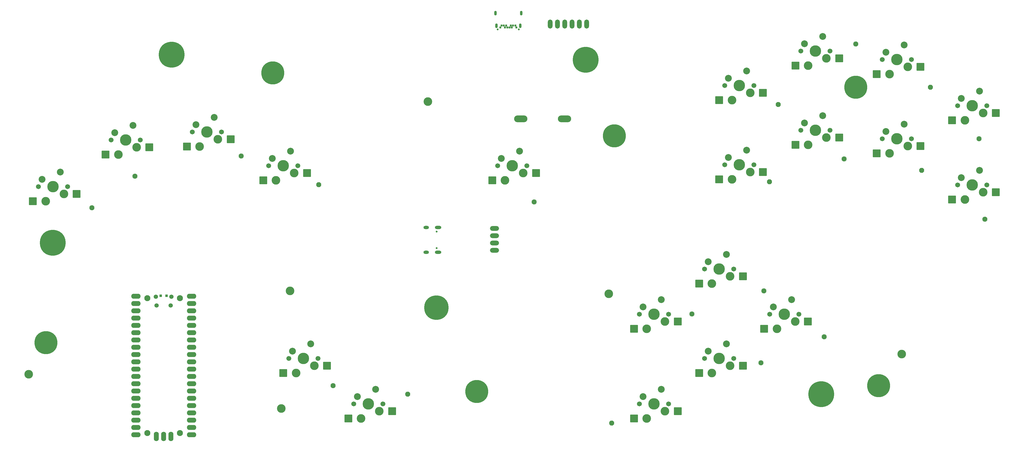
<source format=gbs>
%TF.GenerationSoftware,KiCad,Pcbnew,(6.0.5)*%
%TF.CreationDate,2022-06-18T14:06:17-07:00*%
%TF.ProjectId,OF1 v1,4f463120-7631-42e6-9b69-6361645f7063,rev?*%
%TF.SameCoordinates,Original*%
%TF.FileFunction,Soldermask,Bot*%
%TF.FilePolarity,Negative*%
%FSLAX46Y46*%
G04 Gerber Fmt 4.6, Leading zero omitted, Abs format (unit mm)*
G04 Created by KiCad (PCBNEW (6.0.5)) date 2022-06-18 14:06:17*
%MOMM*%
%LPD*%
G01*
G04 APERTURE LIST*
G04 Aperture macros list*
%AMRoundRect*
0 Rectangle with rounded corners*
0 $1 Rounding radius*
0 $2 $3 $4 $5 $6 $7 $8 $9 X,Y pos of 4 corners*
0 Add a 4 corners polygon primitive as box body*
4,1,4,$2,$3,$4,$5,$6,$7,$8,$9,$2,$3,0*
0 Add four circle primitives for the rounded corners*
1,1,$1+$1,$2,$3*
1,1,$1+$1,$4,$5*
1,1,$1+$1,$6,$7*
1,1,$1+$1,$8,$9*
0 Add four rect primitives between the rounded corners*
20,1,$1+$1,$2,$3,$4,$5,0*
20,1,$1+$1,$4,$5,$6,$7,0*
20,1,$1+$1,$6,$7,$8,$9,0*
20,1,$1+$1,$8,$9,$2,$3,0*%
%AMFreePoly0*
4,1,17,0.425901,0.806901,0.806901,0.425901,0.825500,0.381000,0.825500,-0.381000,0.806901,-0.425901,0.425901,-0.806901,0.381000,-0.825500,-0.381000,-0.825500,-0.425901,-0.806901,-0.806901,-0.425901,-0.825500,-0.381000,-0.825500,0.381000,-0.806901,0.425901,-0.425901,0.806901,-0.381000,0.825500,0.381000,0.825500,0.425901,0.806901,0.425901,0.806901,$1*%
G04 Aperture macros list end*
%ADD10O,4.622800X2.374900*%
%ADD11C,0.650000*%
%ADD12O,2.227000X1.127000*%
%ADD13O,1.927000X1.127000*%
%ADD14C,0.777000*%
%ADD15O,0.877000X1.627000*%
%ADD16C,3.000000*%
%ADD17C,8.000000*%
%ADD18C,9.000000*%
%ADD19C,8.500000*%
%ADD20C,2.374900*%
%ADD21C,1.701800*%
%ADD22RoundRect,0.063500X1.275000X1.250000X-1.275000X1.250000X-1.275000X-1.250000X1.275000X-1.250000X0*%
%ADD23C,3.987800*%
%ADD24FreePoly0,0.000000*%
%ADD25O,1.651000X3.175000*%
%ADD26C,2.100000*%
%ADD27C,1.500000*%
%ADD28RoundRect,0.063500X-0.400000X-0.400000X0.400000X-0.400000X0.400000X0.400000X-0.400000X0.400000X0*%
%ADD29O,1.727000X3.327000*%
%ADD30O,3.327000X1.727000*%
%ADD31O,3.175000X1.651000*%
G04 APERTURE END LIST*
D10*
%TO.C,D1*%
X151881100Y-65753600D03*
X167121100Y-65753600D03*
%TD*%
D11*
%TO.C,J5*%
X122579393Y-110861075D03*
X122579393Y-105081075D03*
D12*
X123079393Y-103651075D03*
X123079393Y-112291075D03*
D13*
X118899393Y-103651075D03*
X118899393Y-112291075D03*
%TD*%
D11*
%TO.C,J2*%
X151168981Y-34593600D03*
X143818981Y-34593600D03*
D14*
X144768981Y-33943600D03*
X145168981Y-33243600D03*
X145968981Y-33243600D03*
X146368981Y-33943600D03*
X146768981Y-33243600D03*
X147168981Y-33943600D03*
X147968981Y-33943600D03*
X148368981Y-33243600D03*
X148768981Y-33943600D03*
X149168981Y-33243600D03*
X149968981Y-33243600D03*
X150368981Y-33943600D03*
D15*
X151698981Y-33343600D03*
X143438981Y-33343600D03*
X152058981Y-28953600D03*
X143078981Y-28953600D03*
%TD*%
D16*
%TO.C,@HOLE0*%
X68501100Y-166753600D03*
%TD*%
%TO.C,@HOLE1*%
X284501100Y-147753600D03*
%TD*%
%TO.C,@HOLE2*%
X-19498900Y-154753600D03*
%TD*%
%TO.C,@HOLE3*%
X182501100Y-126753600D03*
%TD*%
D17*
%TO.C,@HOLE4*%
X268501100Y-54753600D03*
%TD*%
%TO.C,@HOLE5*%
X276501100Y-158753600D03*
%TD*%
%TO.C,@HOLE6*%
X-13498900Y-143753600D03*
%TD*%
%TO.C,@HOLE7*%
X65501100Y-49753600D03*
%TD*%
%TO.C,@HOLE8*%
X184501100Y-71753600D03*
%TD*%
%TO.C,@HOLE9*%
X136501100Y-160753600D03*
%TD*%
D16*
%TO.C,@HOLE10*%
X119501100Y-59753600D03*
%TD*%
D18*
%TO.C,@HOLE11*%
X174501100Y-45253600D03*
%TD*%
%TO.C,@HOLE12*%
X-11098900Y-108953600D03*
%TD*%
%TO.C,@HOLE13*%
X30301100Y-43453600D03*
%TD*%
D19*
%TO.C,@HOLE14*%
X122501100Y-131553600D03*
%TD*%
D18*
%TO.C,@HOLE15*%
X256501100Y-161753600D03*
%TD*%
D16*
%TO.C,@HOLE16*%
X71501100Y-125753600D03*
%TD*%
D20*
%TO.C,U$1*%
X-8493900Y-84337600D03*
X-14843900Y-86877600D03*
D21*
X-5953900Y-89417600D03*
X-16113900Y-89417600D03*
D16*
X-13573900Y-94497600D03*
X-7223900Y-91957600D03*
D22*
X-18018900Y-94497600D03*
X-2778900Y-91957600D03*
D23*
X-11033900Y-89417600D03*
%TD*%
D20*
%TO.C,U$10*%
X257026100Y-37092600D03*
X250676100Y-39632600D03*
D21*
X259566100Y-42172600D03*
X249406100Y-42172600D03*
D16*
X251946100Y-47252600D03*
X258296100Y-44712600D03*
D22*
X247501100Y-47252600D03*
X262741100Y-44712600D03*
D23*
X254486100Y-42172600D03*
%TD*%
D20*
%TO.C,U$11*%
X285381100Y-40067600D03*
X279031100Y-42607600D03*
D21*
X287921100Y-45147600D03*
X277761100Y-45147600D03*
D16*
X280301100Y-50227600D03*
X286651100Y-47687600D03*
D22*
X275856100Y-50227600D03*
X291096100Y-47687600D03*
D23*
X282841100Y-45147600D03*
%TD*%
D20*
%TO.C,U$12*%
X311604100Y-56103600D03*
X305254100Y-58643600D03*
D21*
X314144100Y-61183600D03*
X303984100Y-61183600D03*
D16*
X306524100Y-66263600D03*
X312874100Y-63723600D03*
D22*
X302079100Y-66263600D03*
X317319100Y-63723600D03*
D23*
X309064100Y-61183600D03*
%TD*%
D20*
%TO.C,U$13*%
X230508100Y-76697600D03*
X224158100Y-79237600D03*
D21*
X233048100Y-81777600D03*
X222888100Y-81777600D03*
D16*
X225428100Y-86857600D03*
X231778100Y-84317600D03*
D22*
X220983100Y-86857600D03*
X236223100Y-84317600D03*
D23*
X227968100Y-81777600D03*
%TD*%
D20*
%TO.C,U$14*%
X257026100Y-64702600D03*
X250676100Y-67242600D03*
D21*
X259566100Y-69782600D03*
X249406100Y-69782600D03*
D16*
X251946100Y-74862600D03*
X258296100Y-72322600D03*
D22*
X247501100Y-74862600D03*
X262741100Y-72322600D03*
D23*
X254486100Y-69782600D03*
%TD*%
D20*
%TO.C,U$15*%
X285381100Y-67677600D03*
X279031100Y-70217600D03*
D21*
X287921100Y-72757600D03*
X277761100Y-72757600D03*
D16*
X280301100Y-77837600D03*
X286651100Y-75297600D03*
D22*
X275856100Y-77837600D03*
X291096100Y-75297600D03*
D23*
X282841100Y-72757600D03*
%TD*%
D20*
%TO.C,U$16*%
X311604100Y-83713600D03*
X305254100Y-86253600D03*
D21*
X314144100Y-88793600D03*
X303984100Y-88793600D03*
D16*
X306524100Y-93873600D03*
X312874100Y-91333600D03*
D22*
X302079100Y-93873600D03*
X317319100Y-91333600D03*
D23*
X309064100Y-88793600D03*
%TD*%
D20*
%TO.C,U$17*%
X223493100Y-113037600D03*
X217143100Y-115577600D03*
D21*
X226033100Y-118117600D03*
X215873100Y-118117600D03*
D16*
X218413100Y-123197600D03*
X224763100Y-120657600D03*
D22*
X213968100Y-123197600D03*
X229208100Y-120657600D03*
D23*
X220953100Y-118117600D03*
%TD*%
D20*
%TO.C,U$18*%
X200806100Y-128807600D03*
X194456100Y-131347600D03*
D21*
X203346100Y-133887600D03*
X193186100Y-133887600D03*
D16*
X195726100Y-138967600D03*
X202076100Y-136427600D03*
D22*
X191281100Y-138967600D03*
X206521100Y-136427600D03*
D23*
X198266100Y-133887600D03*
%TD*%
D20*
%TO.C,U$19*%
X246150100Y-128807600D03*
X239800100Y-131347600D03*
D21*
X248690100Y-133887600D03*
X238530100Y-133887600D03*
D16*
X241070100Y-138967600D03*
X247420100Y-136427600D03*
D22*
X236625100Y-138967600D03*
X251865100Y-136427600D03*
D23*
X243610100Y-133887600D03*
%TD*%
D20*
%TO.C,U$2*%
X16786100Y-68034600D03*
X10436100Y-70574600D03*
D21*
X19326100Y-73114600D03*
X9166100Y-73114600D03*
D16*
X11706100Y-78194600D03*
X18056100Y-75654600D03*
D22*
X7261100Y-78194600D03*
X22501100Y-75654600D03*
D23*
X14246100Y-73114600D03*
%TD*%
D20*
%TO.C,U$20*%
X223493100Y-144222600D03*
X217143100Y-146762600D03*
D21*
X226033100Y-149302600D03*
X215873100Y-149302600D03*
D16*
X218413100Y-154382600D03*
X224763100Y-151842600D03*
D22*
X213968100Y-154382600D03*
X229208100Y-151842600D03*
D23*
X220953100Y-149302600D03*
%TD*%
D20*
%TO.C,U$21*%
X200806100Y-159992600D03*
X194456100Y-162532600D03*
D21*
X203346100Y-165072600D03*
X193186100Y-165072600D03*
D16*
X195726100Y-170152600D03*
X202076100Y-167612600D03*
D22*
X191281100Y-170152600D03*
X206521100Y-167612600D03*
D23*
X198266100Y-165072600D03*
%TD*%
D20*
%TO.C,U$4*%
X45142100Y-65308600D03*
X38792100Y-67848600D03*
D21*
X47682100Y-70388600D03*
X37522100Y-70388600D03*
D16*
X40062100Y-75468600D03*
X46412100Y-72928600D03*
D22*
X35617100Y-75468600D03*
X50857100Y-72928600D03*
D23*
X42602100Y-70388600D03*
%TD*%
D20*
%TO.C,U$5*%
X71714100Y-77071600D03*
X65364100Y-79611600D03*
D21*
X74254100Y-82151600D03*
X64094100Y-82151600D03*
D16*
X66634100Y-87231600D03*
X72984100Y-84691600D03*
D22*
X62189100Y-87231600D03*
X77429100Y-84691600D03*
D23*
X69174100Y-82151600D03*
%TD*%
D20*
%TO.C,U$6*%
X78673100Y-144222600D03*
X72323100Y-146762600D03*
D21*
X81213100Y-149302600D03*
X71053100Y-149302600D03*
D16*
X73593100Y-154382600D03*
X79943100Y-151842600D03*
D22*
X69148100Y-154382600D03*
X84388100Y-151842600D03*
D23*
X76133100Y-149302600D03*
%TD*%
D20*
%TO.C,U$7*%
X101361100Y-159991600D03*
X95011100Y-162531600D03*
D21*
X103901100Y-165071600D03*
X93741100Y-165071600D03*
D16*
X96281100Y-170151600D03*
X102631100Y-167611600D03*
D22*
X91836100Y-170151600D03*
X107076100Y-167611600D03*
D23*
X98821100Y-165071600D03*
%TD*%
D20*
%TO.C,U$8*%
X151446100Y-77071600D03*
X145096100Y-79611600D03*
D21*
X153986100Y-82151600D03*
X143826100Y-82151600D03*
D16*
X146366100Y-87231600D03*
X152716100Y-84691600D03*
D22*
X141921100Y-87231600D03*
X157161100Y-84691600D03*
D23*
X148906100Y-82151600D03*
%TD*%
D20*
%TO.C,U$9*%
X230508100Y-49088600D03*
X224158100Y-51628600D03*
D21*
X233048100Y-54168600D03*
X222888100Y-54168600D03*
D16*
X225428100Y-59248600D03*
X231778100Y-56708600D03*
D22*
X220983100Y-59248600D03*
X236223100Y-56708600D03*
D23*
X227968100Y-54168600D03*
%TD*%
D24*
%TO.C,JP2*%
X2501100Y-96753600D03*
%TD*%
%TO.C,JP3*%
X17501100Y-85753600D03*
%TD*%
%TO.C,JP4*%
X54501100Y-78753600D03*
%TD*%
%TO.C,JP5*%
X81501100Y-88753600D03*
%TD*%
%TO.C,JP6*%
X86501100Y-158753600D03*
%TD*%
%TO.C,JP7*%
X112501100Y-161753600D03*
%TD*%
%TO.C,JP8*%
X156501100Y-94753600D03*
%TD*%
%TO.C,JP9*%
X241501100Y-60753600D03*
%TD*%
%TO.C,JP10*%
X238501100Y-87753600D03*
%TD*%
%TO.C,JP11*%
X264501100Y-79753600D03*
%TD*%
%TO.C,JP12*%
X268501100Y-39753600D03*
%TD*%
%TO.C,JP13*%
X294501100Y-54753600D03*
%TD*%
%TO.C,JP14*%
X311501100Y-72753600D03*
%TD*%
%TO.C,JP15*%
X313501100Y-100753600D03*
%TD*%
%TO.C,JP16*%
X291501100Y-83753600D03*
%TD*%
%TO.C,JP17*%
X236501100Y-125753600D03*
%TD*%
%TO.C,JP18*%
X211501100Y-133753600D03*
%TD*%
%TO.C,JP19*%
X257501100Y-141753600D03*
%TD*%
%TO.C,JP20*%
X235501100Y-150753600D03*
%TD*%
%TO.C,JP21*%
X183501100Y-171753600D03*
%TD*%
D25*
%TO.C,J3*%
X174851100Y-32753600D03*
X172311100Y-32753600D03*
X169771100Y-32753600D03*
X167231100Y-32753600D03*
X164691100Y-32753600D03*
X162151100Y-32753600D03*
%TD*%
D26*
%TO.C,J1*%
X33201100Y-175253600D03*
X21801100Y-175253600D03*
X33201100Y-128253600D03*
X21801100Y-128253600D03*
D27*
X29926100Y-130783600D03*
X25076100Y-130783600D03*
X30226100Y-127753600D03*
X24776100Y-127753600D03*
D28*
X28501100Y-127453600D03*
X26501100Y-127453600D03*
D29*
X30041100Y-176453600D03*
X27501100Y-176453600D03*
X24961100Y-176453600D03*
D30*
X37191100Y-127623600D03*
X37191100Y-130163600D03*
X37191100Y-132703600D03*
X37191100Y-135243600D03*
X37191100Y-137783600D03*
X37191100Y-140323600D03*
X37191100Y-142863600D03*
X37191100Y-145403600D03*
X37191100Y-147943600D03*
X37191100Y-150483600D03*
X37191100Y-153023600D03*
X37191100Y-155563600D03*
X37191100Y-158103600D03*
X37191100Y-160643600D03*
X37191100Y-163183600D03*
X37191100Y-165723600D03*
X37191100Y-168263600D03*
X37191100Y-170803600D03*
X37191100Y-173343600D03*
X37191100Y-175883600D03*
X17811100Y-175883600D03*
X17811100Y-173343600D03*
X17811100Y-170803600D03*
X17811100Y-168263600D03*
X17811100Y-165723600D03*
X17811100Y-163183600D03*
X17811100Y-160643600D03*
X17811100Y-158103600D03*
X17811100Y-155563600D03*
X17811100Y-153023600D03*
X17811100Y-150483600D03*
X17811100Y-147943600D03*
X17811100Y-145403600D03*
X17811100Y-142863600D03*
X17811100Y-140323600D03*
X17811100Y-137783600D03*
X17811100Y-135243600D03*
X17811100Y-132703600D03*
X17811100Y-130163600D03*
X17811100Y-127623600D03*
%TD*%
D31*
%TO.C,J4*%
X142745065Y-103943600D03*
X142745065Y-106483600D03*
X142745065Y-109023600D03*
X142745065Y-111563600D03*
%TD*%
M02*

</source>
